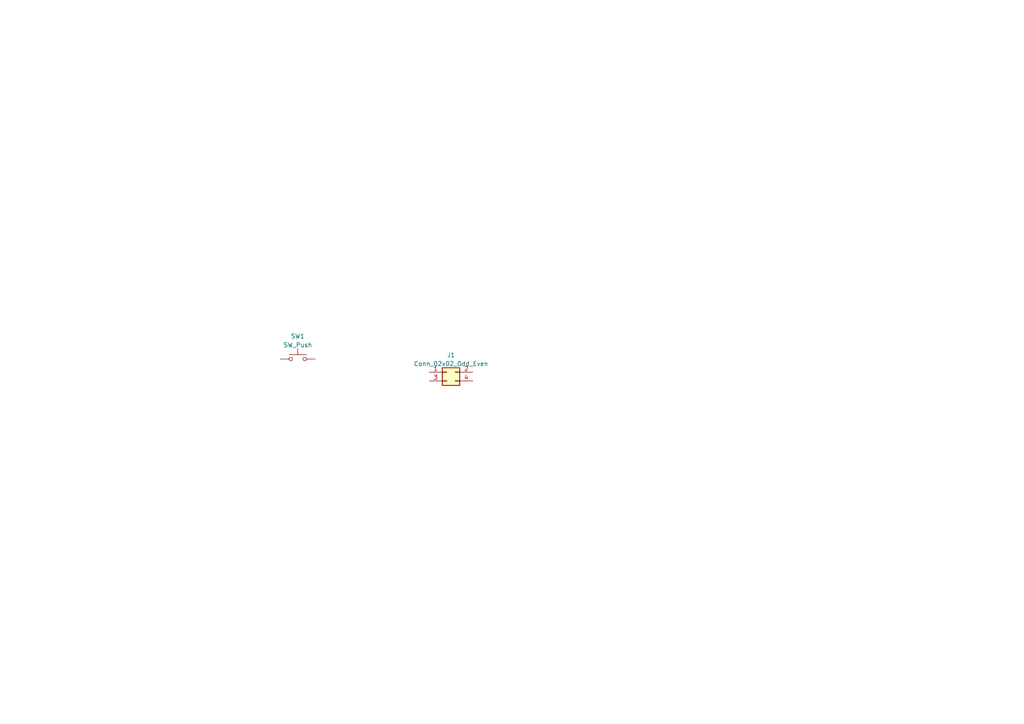
<source format=kicad_sch>
(kicad_sch (version 20211123) (generator eeschema)
  (paper "A4")
  (lib_symbols
    (symbol "Connector_Generic:Conn_02x02_Odd_Even" (pin_names (offset 1.016) hide)
      (property "Reference" "J" (at 1.27 2.54 0))
      (property "Value" "Conn_02x02_Odd_Even" (at 1.27 -5.08 0))
      (symbol "Conn_02x02_Odd_Even_1_1"
        (rectangle (start -1.27 -2.413) (end 0 -2.667) (stroke (width 0.1524)))
        (rectangle (start -1.27 0.127) (end 0 -0.127) (stroke (width 0.1524)))
        (rectangle (start -1.27 1.27) (end 3.81 -3.81) (stroke (width 0.254)) (fill (type background)))
        (rectangle (start 3.81 -2.413) (end 2.54 -2.667) (stroke (width 0.1524)))
        (rectangle (start 3.81 0.127) (end 2.54 -0.127) (stroke (width 0.1524)))
        (pin passive line (at -5.08 0 0) (length 3.81) (name "Pin_1") (number "1"))
        (pin passive line (at 7.62 0 180) (length 3.81) (name "Pin_2") (number "2"))
        (pin passive line (at -5.08 -2.54 0) (length 3.81) (name "Pin_3") (number "3"))
        (pin passive line (at 7.62 -2.54 180) (length 3.81) (name "Pin_4") (number "4"))
      )
    )
    (symbol "Switch:SW_Push" (pin_numbers hide) (pin_names (offset 1.016) hide)
      (property "Reference" "SW" (at 1.27 2.54 0))
      (property "Value" "SW_Push" (at 0 -1.524 0))
      (symbol "SW_Push_0_1"
        (circle (center -2.032 0) (radius 0.508))
        (polyline (pts (xy 0 1.27) (xy 0 3.048)))
        (polyline (pts (xy 2.54 1.27) (xy -2.54 1.27)))
        (circle (center 2.032 0) (radius 0.508))
        (pin passive line (at -5.08 0 0) (length 2.54) (name "1") (number "1"))
        (pin passive line (at 5.08 0 180) (length 2.54) (name "2") (number "2"))
      )
    )
  )
  (symbol (lib_id "Connector_Generic:Conn_02x02_Odd_Even") (at 129.54 107.95 0) (unit 1)
    (property "Reference" "J1" (at 130.81 102.9802 0))
    (property "Value" "Conn_02x02_Odd_Even" (at 130.81 105.5171 0))
  )
  (symbol (lib_id "Switch:SW_Push") (at 86.36 104.14 0) (unit 1)
    (property "Reference" "SW1" (at 86.36 97.5192 0))
    (property "Value" "SW_Push" (at 86.36 100.0561 0))
  )
)
</source>
